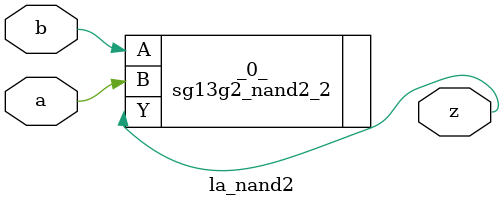
<source format=v>

/* Generated by Yosys 0.44 (git sha1 80ba43d26, g++ 11.4.0-1ubuntu1~22.04 -fPIC -O3) */

(* top =  1  *)
(* src = "generated" *)
module la_nand2 (
    a,
    b,
    z
);
  (* src = "generated" *)
  input a;
  wire a;
  (* src = "generated" *)
  input b;
  wire b;
  (* src = "generated" *)
  output z;
  wire z;
  sg13g2_nand2_2 _0_ (
      .A(b),
      .B(a),
      .Y(z)
  );
endmodule

</source>
